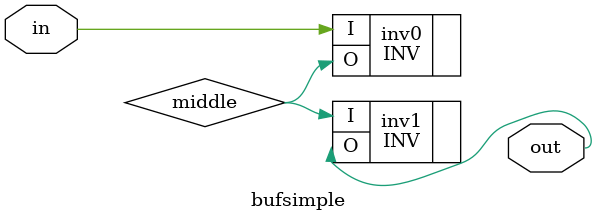
<source format=sv>
module bufsimple (
    input wire      in,
    output wire     out
);

(* DONT_TOUCH = "TRUE" *) wire middle;

// Just two inverters in series
(* DONT_TOUCH = "TRUE" *) INV inv0(.I(in), .O(middle));
(* DONT_TOUCH = "TRUE" *) INV inv1(.I(middle), .O(out));

endmodule

</source>
